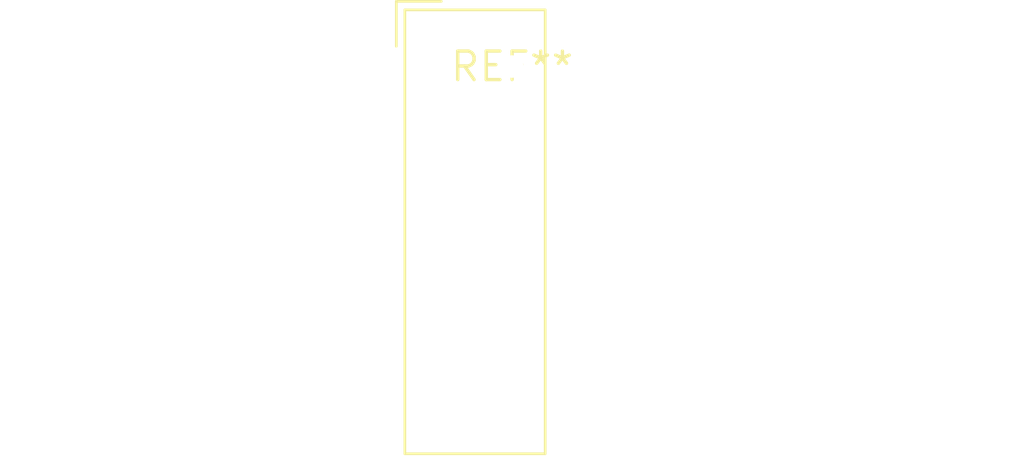
<source format=kicad_pcb>
(kicad_pcb (version 20240108) (generator pcbnew)
  (layers (0 "F.Cu" signal) (31 "B.Cu" signal) (34 "B.Paste" user) (35 "F.Paste" user) (36 "B.SilkS" user "B.Silkscreen") (37 "F.SilkS" user "F.Silkscreen") (38 "B.Mask" user) (39 "F.Mask" user) (44 "Edge.Cuts" user))
  (net 0 "")
  (footprint "Converter_DCDC_TRACO_TBA1-xxxxE_Single_THT" (layer "F.Cu") (at 0 0)
    (property "Reference" "REF**")
    (property "Value" "Converter_DCDC_TRACO_TBA1-xxxxE_Single_THT")
    (fp_line (start -5.15 -2.9) (end -3.15 -2.9) (layer "F.SilkS") (stroke (width 0.12)))
    (fp_line (start -5.15 -0.9) (end -5.15 -2.9) (layer "F.SilkS") (stroke (width 0.12)))
    (fp_line (start -4.77 -2.52) (end -4.77 17.22) (layer "F.SilkS") (stroke (width 0.12)))
    (fp_line (start -4.77 -2.52) (end 1.47 -2.52) (layer "F.SilkS") (stroke (width 0.12)))
    (fp_line (start -4.77 17.22) (end 1.47 17.22) (layer "F.SilkS") (stroke (width 0.12)))
    (fp_line (start 1.47 -2.52) (end 1.47 17.22) (layer "F.SilkS") (stroke (width 0.12)))
    (pad "1" thru_hole rect (at 0 0) (size 1.5 1.5) (drill 1) (layers *.Cu *.Mask) (remove_unused_layers))
    (pad "2" thru_hole circle (at 0 2.54) (size 1.5 1.5) (drill 1) (layers *.Cu *.Mask) (remove_unused_layers))
    (pad "4" thru_hole circle (at 0 7.62) (size 1.5 1.5) (drill 1) (layers *.Cu *.Mask) (remove_unused_layers))
    (pad "6" thru_hole circle (at 0 12.7) (size 1.5 1.5) (drill 1) (layers *.Cu *.Mask) (remove_unused_layers))
  )
)
</source>
